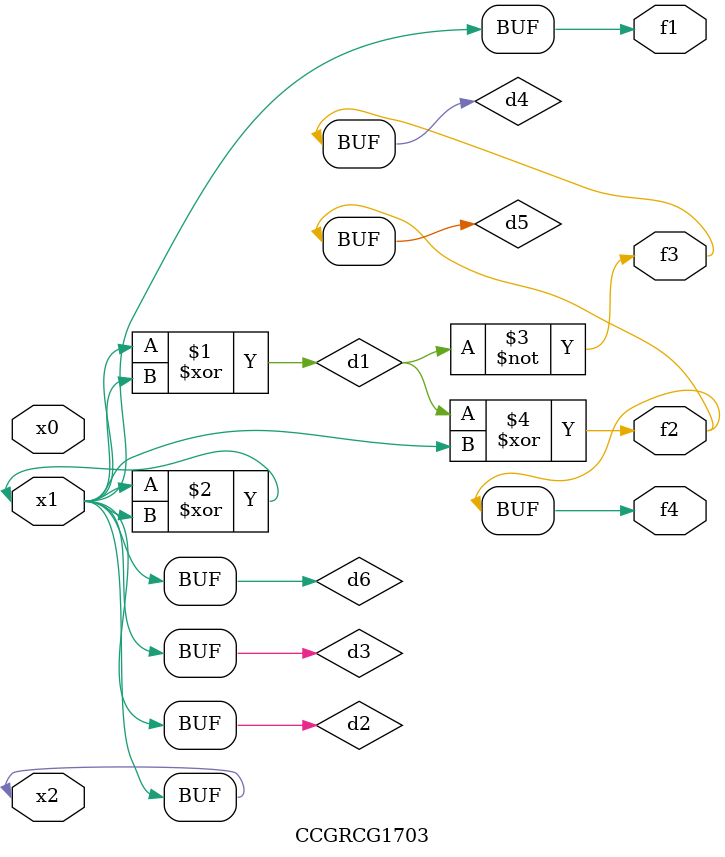
<source format=v>
module CCGRCG1703(
	input x0, x1, x2,
	output f1, f2, f3, f4
);

	wire d1, d2, d3, d4, d5, d6;

	xor (d1, x1, x2);
	buf (d2, x1, x2);
	xor (d3, x1, x2);
	nor (d4, d1);
	xor (d5, d1, d2);
	buf (d6, d2, d3);
	assign f1 = d6;
	assign f2 = d5;
	assign f3 = d4;
	assign f4 = d5;
endmodule

</source>
